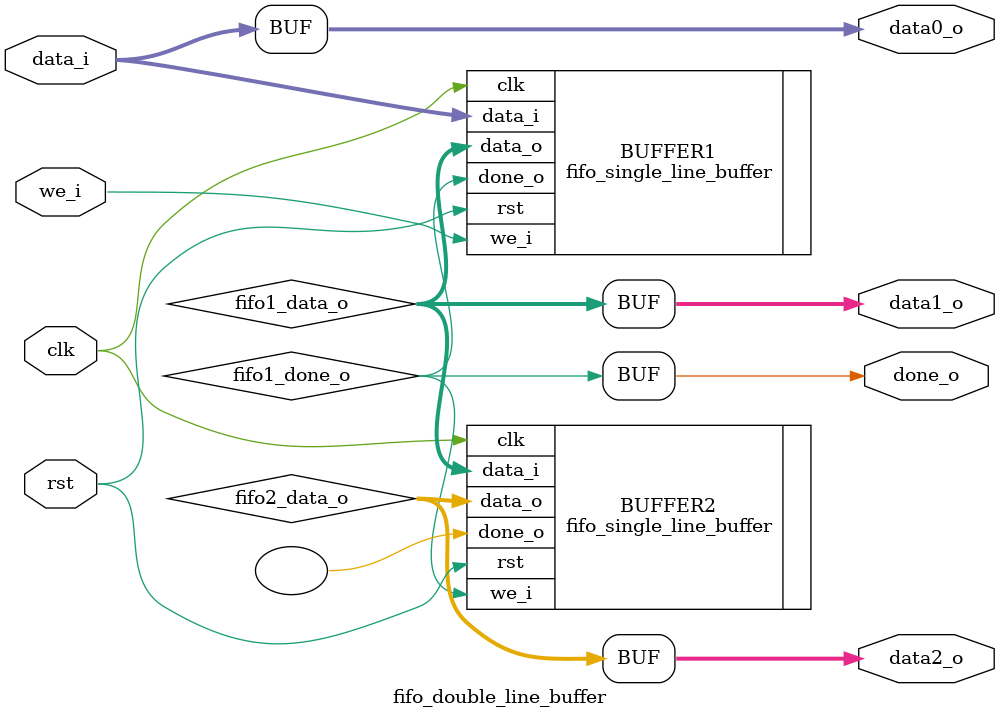
<source format=v>
`timescale 1ns / 1ps


module fifo_double_line_buffer(
    input clk,
    input rst,
    input we_i,
    input [7:0] data_i,

    output [7:0] data0_o,
    output [7:0] data1_o,
    output [7:0] data2_o,
    output done_o
    );

    parameter DEPTH = 640; 

    wire [7:0] fifo1_data_o, fifo2_data_o;
    wire fifo1_done_o;

    assign data0_o = data_i;
    assign data1_o = fifo1_data_o;
    assign data2_o = fifo2_data_o;
    assign done_o = fifo1_done_o;

    
    fifo_single_line_buffer #(.DEPTH(DEPTH)) BUFFER1(
        .clk(clk),
        .rst(rst),
        
        .we_i(we_i),
        .data_i(data_i),
        
        .data_o(fifo1_data_o),
        .done_o(fifo1_done_o)
    );
    fifo_single_line_buffer #(.DEPTH(DEPTH)) BUFFER2(
        .clk(clk),
        .rst(rst),
        
        .we_i(fifo1_done_o),
        .data_i(fifo1_data_o),
        
        .data_o(fifo2_data_o),
        .done_o()
    );    


endmodule

</source>
